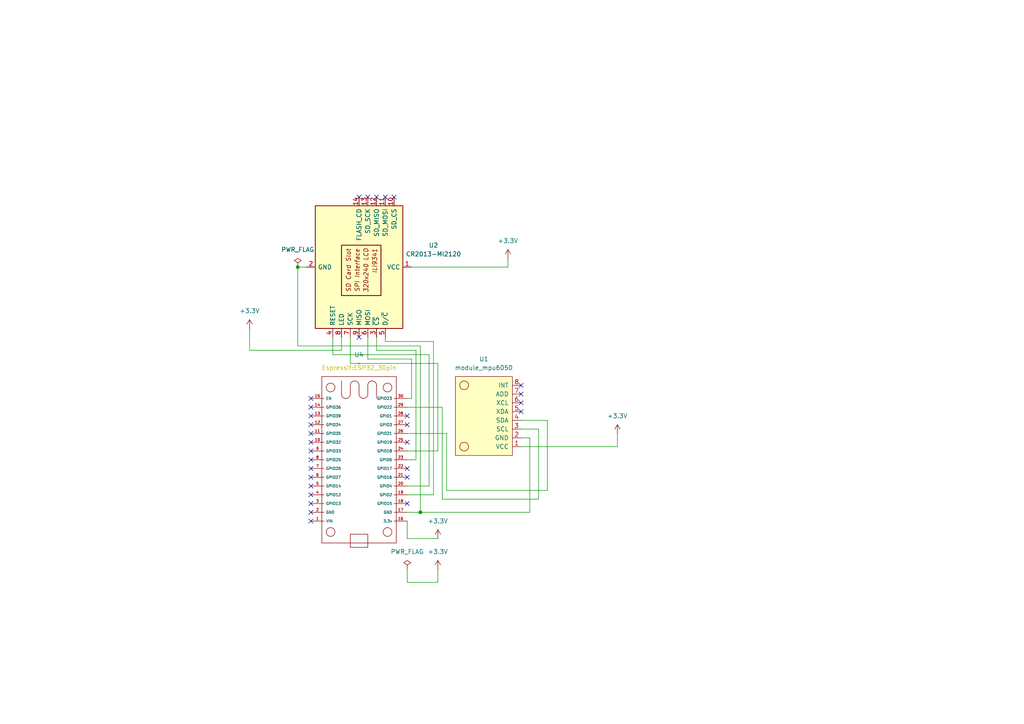
<source format=kicad_sch>
(kicad_sch (version 20231120) (generator "eeschema") (generator_version "8.0")
  (paper "A4")
  (lib_symbols
    (symbol "Driver_Display:CR2013-MI2120" (pin_names (offset 0.762))
      (property "Reference" "U" (at -17.526 13.97 0))
      (property "Value" "CR2013-MI2120" (at 1.905 13.97 0))
      (symbol "CR2013-MI2120_0_0"
        (text "320x240 LCD" (at 0.889 2.032 0) (effects (font (size 1.27 1.27) (italic yes))))
        (text "ILI9341" (at -5.461 4.572 0) (effects (font (size 1.27 1.27) (italic yes)) (justify left)))
        (text "SD Card Slot" (at -5.461 -3.048 0) (effects (font (size 1.27 1.27) (italic yes)) (justify left)))
        (text "SPI Interface" (at -5.461 -0.508 0) (effects (font (size 1.27 1.27) (italic yes)) (justify left)))
      )
      (symbol "CR2013-MI2120_0_1"
        (rectangle (start -17.78 12.7) (end 17.78 -12.7) (stroke (width 0.254)) (fill (type background)))
        (rectangle (start -6.35 6.35) (end 8.255 -5.08) (stroke (width 0.254)))
      )
      (symbol "CR2013-MI2120_1_1"
        (pin power_in line (at 0 15.24 270) (length 2.54) (name "VCC") (number "1"))
        (pin input line (at -20.32 10.16 0) (length 2.54) (name "SD_CS") (number "10"))
        (pin input line (at -20.32 7.62 0) (length 2.54) (name "SD_MOSI") (number "11"))
        (pin output line (at -20.32 5.08 0) (length 2.54) (name "SD_MISO") (number "12"))
        (pin input line (at -20.32 2.54 0) (length 2.54) (name "SD_SCK") (number "13"))
        (pin input line (at -20.32 0 0) (length 2.54) (name "FLASH_CD") (number "14"))
        (pin power_in line (at 0 -15.24 90) (length 2.54) (name "GND") (number "2"))
        (pin input line (at 20.32 5.08 180) (length 2.54) (name "~{CS}") (number "3"))
        (pin input line (at 20.32 -7.62 180) (length 2.54) (name "RESET") (number "4"))
        (pin input line (at 20.32 7.62 180) (length 2.54) (name "D/~{C}") (number "5"))
        (pin input line (at 20.32 2.54 180) (length 2.54) (name "MOSI") (number "6"))
        (pin input line (at 20.32 -2.54 180) (length 2.54) (name "SCK") (number "7"))
        (pin input line (at 20.32 -5.08 180) (length 2.54) (name "LED") (number "8"))
        (pin output line (at 20.32 0 180) (length 2.54) (name "MISO") (number "9"))
      )
    )
    (symbol "esp32_30pin:ESP32_30Pin"
      (property "Reference" "U4" (at -30.48 0 90))
      (property "Value" "~" (at -27.94 0 90))
      (property "Footprint" "Espressif:ESP32_30pin" (at -26.67 0 90))
      (symbol "ESP32_30Pin_0_1"
        (rectangle (start -24.13 10.795) (end 24.13 -10.795))
        (arc (start -22.8675 -1.2775) (mid -22.4933 -2.1733) (end -21.5975 -2.5475))
        (arc (start -22.8675 3.8025) (mid -22.4933 2.9067) (end -21.5975 2.5325))
        (arc (start -21.59 0) (mid -22.4873 -0.3727) (end -22.86 -1.27))
        (arc (start -21.59 5.08) (mid -22.4873 4.7073) (end -22.86 3.81))
        (circle (center -20.955 -8.255) (radius 1.27))
        (circle (center -20.955 8.255) (radius 1.27))
        (arc (start -19.0475 -5.0825) (mid -18.1502 -4.7098) (end -17.7775 -3.8125))
        (arc (start -19.0475 -0.0025) (mid -18.1502 0.3702) (end -17.7775 1.2675))
        (arc (start -17.77 -3.805) (mid -18.1442 -2.9092) (end -19.04 -2.535))
        (arc (start -17.77 1.275) (mid -18.1442 2.1708) (end -19.04 2.545))
        (polyline (pts (xy -21.59 -2.54) (xy -20.32 -2.54)))
        (polyline (pts (xy -21.59 0) (xy -20.32 0)))
        (polyline (pts (xy -21.59 2.54) (xy -20.32 2.54)))
        (polyline (pts (xy -21.59 5.08) (xy -20.32 5.08)))
        (polyline (pts (xy -20.32 -5.08) (xy -22.86 -5.08)))
        (polyline (pts (xy -20.32 5.08) (xy -17.78 5.08)))
        (polyline (pts (xy -19.0475 -5.0825) (xy -20.3175 -5.0825)))
        (polyline (pts (xy -19.0475 -2.5425) (xy -20.3175 -2.5425)))
        (polyline (pts (xy -19.0475 -0.0025) (xy -20.3175 -0.0025)))
        (polyline (pts (xy -19.0475 2.5375) (xy -20.3175 2.5375)))
        (circle (center 20.955 -8.255) (radius 1.27))
        (circle (center 20.955 8.255) (radius 1.27))
        (rectangle (start 21.59 2.54) (end 25.4 -2.54))
      )
      (symbol "ESP32_30Pin_1_1"
        (pin power_out line (at 17.78 -13.97 90) (length 3.81) (name "VIN") (number "1"))
        (pin bidirectional line (at -5.08 -13.97 90) (length 3.81) (name "GPIO32") (number "10"))
        (pin bidirectional line (at -7.62 -13.97 90) (length 3.81) (name "GPIO35") (number "11"))
        (pin bidirectional line (at -10.16 -13.97 90) (length 3.81) (name "GPIO34") (number "12"))
        (pin bidirectional line (at -12.7 -13.97 90) (length 3.81) (name "GPIO39") (number "13"))
        (pin bidirectional line (at -15.24 -13.97 90) (length 3.81) (name "GPIO36") (number "14"))
        (pin bidirectional line (at -17.78 -13.97 90) (length 3.81) (name "EN") (number "15"))
        (pin passive line (at 17.78 13.97 270) (length 3.81) (name "3.3v") (number "16"))
        (pin power_in line (at 15.24 13.97 270) (length 3.81) (name "GND") (number "17"))
        (pin bidirectional line (at 12.7 13.97 270) (length 3.81) (name "GPIO15") (number "18"))
        (pin bidirectional line (at 10.16 13.97 270) (length 3.81) (name "GPIO2") (number "19"))
        (pin bidirectional line (at 15.24 -13.97 90) (length 3.81) (name "GND") (number "2"))
        (pin bidirectional line (at 7.62 13.97 270) (length 3.81) (name "GPIO4") (number "20"))
        (pin bidirectional line (at 5.08 13.97 270) (length 3.81) (name "GPIO16") (number "21"))
        (pin bidirectional line (at 2.54 13.97 270) (length 3.81) (name "GPIO17") (number "22"))
        (pin bidirectional line (at 0 13.97 270) (length 3.81) (name "GPIO5") (number "23"))
        (pin bidirectional line (at -2.54 13.97 270) (length 3.81) (name "GPIO18") (number "24"))
        (pin bidirectional line (at -5.08 13.97 270) (length 3.81) (name "GPIO19") (number "25"))
        (pin bidirectional line (at -7.62 13.97 270) (length 3.81) (name "GPIO21") (number "26"))
        (pin bidirectional line (at -10.16 13.97 270) (length 3.81) (name "GPIO3") (number "27"))
        (pin bidirectional line (at -12.7 13.97 270) (length 3.81) (name "GPIO1") (number "28"))
        (pin bidirectional line (at -15.24 13.97 270) (length 3.81) (name "GPIO22") (number "29"))
        (pin bidirectional line (at 12.7 -13.97 90) (length 3.81) (name "GPIO13") (number "3"))
        (pin bidirectional line (at -17.78 13.97 270) (length 3.81) (name "GPIO23") (number "30"))
        (pin bidirectional line (at 10.16 -13.97 90) (length 3.81) (name "GPIO12") (number "4"))
        (pin bidirectional line (at 7.62 -13.97 90) (length 3.81) (name "GPIO14") (number "5"))
        (pin bidirectional line (at 5.08 -13.97 90) (length 3.81) (name "GPIO27") (number "6"))
        (pin bidirectional line (at 2.54 -13.97 90) (length 3.81) (name "GPIO26") (number "7"))
        (pin bidirectional line (at 0 -13.97 90) (length 3.81) (name "GPIO25") (number "8"))
        (pin bidirectional line (at -2.54 -13.97 90) (length 3.81) (name "GPIO33") (number "9"))
      )
    )
    (symbol "power:+3.3V" (power) (pin_numbers hide) (pin_names (offset 0) hide)
      (property "Value" "+3.3V" (at 0 3.556 0))
      (symbol "+3.3V_0_1"
        (polyline (pts (xy -0.762 1.27) (xy 0 2.54)))
        (polyline (pts (xy 0 0) (xy 0 2.54)))
        (polyline (pts (xy 0 2.54) (xy 0.762 1.27)))
      )
      (symbol "+3.3V_1_1"
        (pin power_in line (at 0 0 90) (length 0) (name "~") (number "1"))
      )
    )
    (symbol "power:PWR_FLAG" (power) (pin_numbers hide) (pin_names (offset 0) hide)
      (property "Value" "PWR_FLAG" (at 0 3.81 0))
      (symbol "PWR_FLAG_0_0"
        (pin power_out line (at 0 0 90) (length 0) (name "~") (number "1"))
      )
      (symbol "PWR_FLAG_0_1"
        (polyline (pts (xy 0 0) (xy 0 1.27) (xy -1.016 1.905) (xy 0 2.54) (xy 1.016 1.905) (xy 0 1.27)))
      )
    )
    (symbol "usini_sensors:module_mpu6050" (pin_names (offset 1.016))
      (property "Reference" "U" (at 2.54 21.59 0))
      (property "Value" "module_mpu6050" (at 11.43 -3.81 0))
      (symbol "module_mpu6050_0_1"
        (rectangle (start 2.54 20.32) (end 19.05 -2.54) (fill (type background)))
        (circle (center 16.51 0) (radius 1.27))
        (circle (center 16.51 17.78) (radius 1.27))
      )
      (symbol "module_mpu6050_1_1"
        (pin input line (at 0 17.78 0) (length 2.54) (name "VCC") (number "1"))
        (pin input line (at 0 15.24 0) (length 2.54) (name "GND") (number "2"))
        (pin input line (at 0 12.7 0) (length 2.54) (name "SCL") (number "3"))
        (pin input line (at 0 10.16 0) (length 2.54) (name "SDA") (number "4"))
        (pin input line (at 0 7.62 0) (length 2.54) (name "XDA") (number "5"))
        (pin input line (at 0 5.08 0) (length 2.54) (name "XCL") (number "6"))
        (pin input line (at 0 2.54 0) (length 2.54) (name "ADD") (number "7"))
        (pin input line (at 0 0 0) (length 2.54) (name "INT") (number "8"))
      )
    )
  )
  (junction (at 86.36 77.47))
  (junction (at 121.92 148.59))
  (no_connect (at 106.68 57.15))
  (no_connect (at 109.22 57.15))
  (no_connect (at 90.17 133.35))
  (no_connect (at 118.11 128.27))
  (no_connect (at 151.13 111.76))
  (no_connect (at 118.11 146.05))
  (no_connect (at 90.17 118.11))
  (no_connect (at 90.17 125.73))
  (no_connect (at 90.17 115.57))
  (no_connect (at 90.17 140.97))
  (no_connect (at 90.17 148.59))
  (no_connect (at 111.76 57.15))
  (no_connect (at 90.17 130.81))
  (no_connect (at 90.17 143.51))
  (no_connect (at 90.17 123.19))
  (no_connect (at 151.13 114.3))
  (no_connect (at 90.17 146.05))
  (no_connect (at 151.13 116.84))
  (no_connect (at 90.17 135.89))
  (no_connect (at 104.14 57.15))
  (no_connect (at 151.13 119.38))
  (no_connect (at 118.11 138.43))
  (no_connect (at 114.3 57.15))
  (no_connect (at 90.17 120.65))
  (no_connect (at 90.17 128.27))
  (no_connect (at 118.11 135.89))
  (no_connect (at 90.17 138.43))
  (no_connect (at 90.17 151.13))
  (no_connect (at 104.14 97.79))
  (no_connect (at 118.11 123.19))
  (no_connect (at 118.11 120.65))
  (wire (pts (xy 86.36 77.47) (xy 88.9 77.47)))
  (wire (pts (xy 96.52 102.87) (xy 96.52 97.79)))
  (wire (pts (xy 128.27 118.11) (xy 118.11 118.11)))
  (wire (pts (xy 156.21 144.78) (xy 128.27 144.78)))
  (wire (pts (xy 127 168.91) (xy 127 165.1)))
  (wire (pts (xy 121.92 148.59) (xy 153.67 148.59)))
  (wire (pts (xy 118.11 148.59) (xy 121.92 148.59)))
  (wire (pts (xy 151.13 124.46) (xy 156.21 124.46)))
  (wire (pts (xy 72.39 95.25) (xy 72.39 101.6)))
  (wire (pts (xy 151.13 121.92) (xy 158.75 121.92)))
  (wire (pts (xy 128.27 144.78) (xy 128.27 118.11)))
  (wire (pts (xy 118.11 165.1) (xy 118.11 168.91)))
  (wire (pts (xy 120.65 101.6) (xy 120.65 133.35)))
  (wire (pts (xy 158.75 142.24) (xy 129.54 142.24)))
  (wire (pts (xy 158.75 121.92) (xy 158.75 142.24)))
  (wire (pts (xy 151.13 129.54) (xy 179.07 129.54)))
  (wire (pts (xy 127 156.21) (xy 118.11 156.21)))
  (wire (pts (xy 111.76 99.06) (xy 125.73 99.06)))
  (wire (pts (xy 127 130.81) (xy 127 105.41)))
  (wire (pts (xy 147.32 77.47) (xy 147.32 74.93)))
  (wire (pts (xy 106.68 104.14) (xy 119.38 104.14)))
  (wire (pts (xy 119.38 115.57) (xy 118.11 115.57)))
  (wire (pts (xy 125.73 143.51) (xy 118.11 143.51)))
  (wire (pts (xy 101.6 105.41) (xy 101.6 97.79)))
  (wire (pts (xy 156.21 124.46) (xy 156.21 144.78)))
  (wire (pts (xy 109.22 97.79) (xy 109.22 101.6)))
  (wire (pts (xy 119.38 104.14) (xy 119.38 115.57)))
  (wire (pts (xy 121.92 148.59) (xy 121.92 100.33)))
  (wire (pts (xy 118.11 130.81) (xy 127 130.81)))
  (wire (pts (xy 72.39 101.6) (xy 99.06 101.6)))
  (wire (pts (xy 124.46 140.97) (xy 124.46 102.87)))
  (wire (pts (xy 129.54 125.73) (xy 118.11 125.73)))
  (wire (pts (xy 118.11 156.21) (xy 118.11 151.13)))
  (wire (pts (xy 118.11 168.91) (xy 127 168.91)))
  (wire (pts (xy 121.92 100.33) (xy 86.36 100.33)))
  (wire (pts (xy 153.67 127) (xy 153.67 148.59)))
  (wire (pts (xy 129.54 142.24) (xy 129.54 125.73)))
  (wire (pts (xy 86.36 100.33) (xy 86.36 77.47)))
  (wire (pts (xy 120.65 133.35) (xy 118.11 133.35)))
  (wire (pts (xy 179.07 129.54) (xy 179.07 125.73)))
  (wire (pts (xy 127 105.41) (xy 101.6 105.41)))
  (wire (pts (xy 151.13 127) (xy 153.67 127)))
  (wire (pts (xy 125.73 99.06) (xy 125.73 143.51)))
  (wire (pts (xy 111.76 97.79) (xy 111.76 99.06)))
  (wire (pts (xy 106.68 97.79) (xy 106.68 104.14)))
  (wire (pts (xy 124.46 102.87) (xy 96.52 102.87)))
  (wire (pts (xy 118.11 140.97) (xy 124.46 140.97)))
  (wire (pts (xy 109.22 101.6) (xy 120.65 101.6)))
  (wire (pts (xy 119.38 77.47) (xy 147.32 77.47)))
  (wire (pts (xy 99.06 101.6) (xy 99.06 97.79)))
  (symbol (lib_id "usini_sensors:module_mpu6050") (at 151.13 111.76 180) (unit 1)
    (property "Reference" "U1" (at 140.335 104.14 0))
    (property "Value" "module_mpu6050" (at 140.335 106.68 0))
    (property "Footprint" "usini_sensors:module_mpu6050" (effects (hide yes)))
  )
  (symbol (lib_id "Driver_Display:CR2013-MI2120") (at 104.14 77.47 270) (unit 1)
    (property "Reference" "U2" (at 125.73 71.1514 90))
    (property "Value" "CR2013-MI2120" (at 125.73 73.6914 90))
    (property "Footprint" "Display:CR2013-MI2120" (effects (hide yes)))
    (property "Datasheet" "http://pan.baidu.com/s/11Y990" (effects (hide yes)))
    (property "Description" "ILI9341 controller, SPI TFT LCD Display, 9-pin breakout PCB, 4-pin SD card interface, 5V/3.3V" (effects (hide yes)))
  )
  (symbol (lib_id "power:+3.3V") (at 127 165.1 0) (unit 1)
    (property "Reference" "#PWR4" (effects (hide yes)))
    (property "Value" "+3.3V" (at 127 160.02 0))
    (property "Description" "Power symbol creates a global label with name \"+3.3V\"" (effects (hide yes)))
  )
  (symbol (lib_id "power:PWR_FLAG") (at 118.11 165.1 0) (unit 1)
    (property "Reference" "#FLG2" (effects (hide yes)))
    (property "Value" "PWR_FLAG" (at 118.11 160.02 0))
    (property "Description" "Special symbol for telling ERC where power comes from" (effects (hide yes)))
  )
  (symbol (lib_id "power:+3.3V") (at 179.07 125.73 0) (unit 1)
    (property "Reference" "#PWR2" (effects (hide yes)))
    (property "Value" "+3.3V" (at 179.07 120.65 0))
    (property "Description" "Power symbol creates a global label with name \"+3.3V\"" (effects (hide yes)))
  )
  (symbol (lib_id "esp32_30pin:ESP32_30Pin") (at 104.14 133.35 270) (unit 1)
    (property "Reference" "U4" (at 104.14 102.87 90))
    (property "Value" "~" (at 104.14 105.41 90))
    (property "Footprint" "Espressif:ESP32_30pin" (at 104.14 106.68 90))
  )
  (symbol (lib_id "power:+3.3V") (at 127 156.21 0) (unit 1)
    (property "Reference" "#PWR1" (effects (hide yes)))
    (property "Value" "+3.3V" (at 127 151.13 0))
    (property "Description" "Power symbol creates a global label with name \"+3.3V\"" (effects (hide yes)))
  )
  (symbol (lib_id "power:PWR_FLAG") (at 86.36 77.47 0) (unit 1)
    (property "Reference" "#FLG1" (effects (hide yes)))
    (property "Value" "PWR_FLAG" (at 86.36 72.39 0))
    (property "Description" "Special symbol for telling ERC where power comes from" (effects (hide yes)))
  )
  (symbol (lib_id "power:+3.3V") (at 147.32 74.93 0) (unit 1)
    (property "Reference" "#PWR3" (effects (hide yes)))
    (property "Value" "+3.3V" (at 147.32 69.85 0))
    (property "Description" "Power symbol creates a global label with name \"+3.3V\"" (effects (hide yes)))
  )
  (symbol (lib_id "power:+3.3V") (at 72.39 95.25 0) (unit 1)
    (property "Reference" "#PWR5" (effects (hide yes)))
    (property "Value" "+3.3V" (at 72.39 90.17 0))
    (property "Description" "Power symbol creates a global label with name \"+3.3V\"" (effects (hide yes)))
  )
)
</source>
